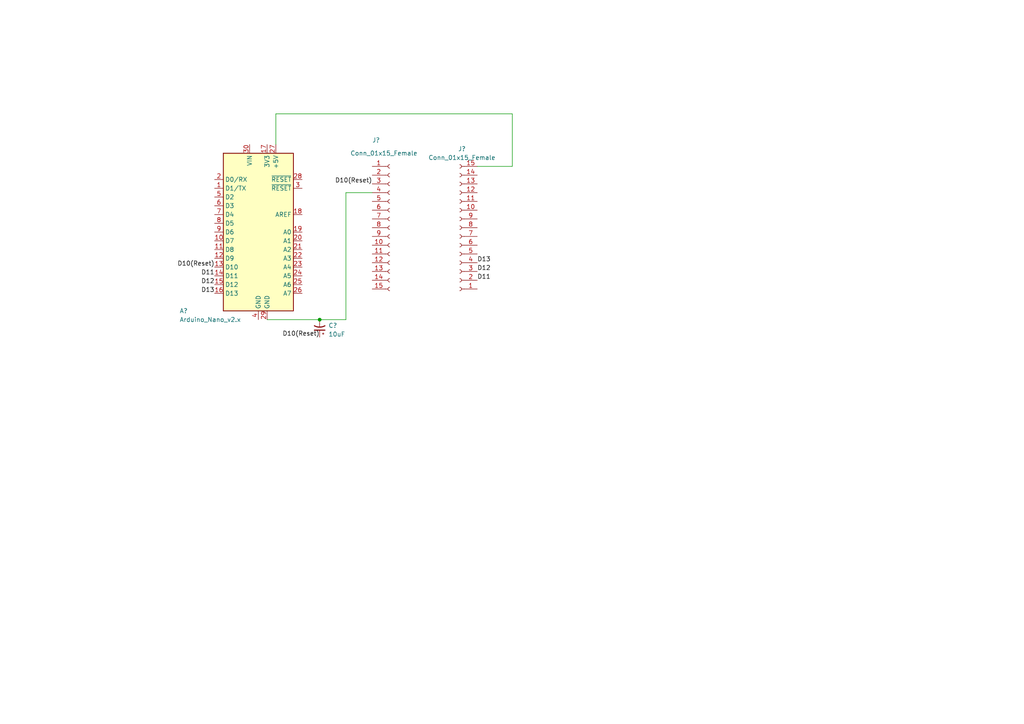
<source format=kicad_sch>
(kicad_sch (version 20211123) (generator eeschema)
  (paper "A4")
  (lib_symbols
    (symbol "Connector:Conn_01x15_Female" (pin_names (offset 1.016) hide)
      (property "Reference" "J" (at 0 20.32 0))
      (property "Value" "Conn_01x15_Female" (at 0 -20.32 0))
      (symbol "Conn_01x15_Female_1_1"
        (arc (start 0 -17.272) (mid -0.508 -17.78) (end 0 -18.288) (stroke (width 0.1524)))
        (arc (start 0 -14.732) (mid -0.508 -15.24) (end 0 -15.748) (stroke (width 0.1524)))
        (arc (start 0 -12.192) (mid -0.508 -12.7) (end 0 -13.208) (stroke (width 0.1524)))
        (arc (start 0 -9.652) (mid -0.508 -10.16) (end 0 -10.668) (stroke (width 0.1524)))
        (arc (start 0 -7.112) (mid -0.508 -7.62) (end 0 -8.128) (stroke (width 0.1524)))
        (arc (start 0 -4.572) (mid -0.508 -5.08) (end 0 -5.588) (stroke (width 0.1524)))
        (arc (start 0 -2.032) (mid -0.508 -2.54) (end 0 -3.048) (stroke (width 0.1524)))
        (polyline (pts (xy -1.27 -17.78) (xy -0.508 -17.78)) (stroke (width 0.1524)))
        (polyline (pts (xy -1.27 -15.24) (xy -0.508 -15.24)) (stroke (width 0.1524)))
        (polyline (pts (xy -1.27 -12.7) (xy -0.508 -12.7)) (stroke (width 0.1524)))
        (polyline (pts (xy -1.27 -10.16) (xy -0.508 -10.16)) (stroke (width 0.1524)))
        (polyline (pts (xy -1.27 -7.62) (xy -0.508 -7.62)) (stroke (width 0.1524)))
        (polyline (pts (xy -1.27 -5.08) (xy -0.508 -5.08)) (stroke (width 0.1524)))
        (polyline (pts (xy -1.27 -2.54) (xy -0.508 -2.54)) (stroke (width 0.1524)))
        (polyline (pts (xy -1.27 0) (xy -0.508 0)) (stroke (width 0.1524)))
        (polyline (pts (xy -1.27 2.54) (xy -0.508 2.54)) (stroke (width 0.1524)))
        (polyline (pts (xy -1.27 5.08) (xy -0.508 5.08)) (stroke (width 0.1524)))
        (polyline (pts (xy -1.27 7.62) (xy -0.508 7.62)) (stroke (width 0.1524)))
        (polyline (pts (xy -1.27 10.16) (xy -0.508 10.16)) (stroke (width 0.1524)))
        (polyline (pts (xy -1.27 12.7) (xy -0.508 12.7)) (stroke (width 0.1524)))
        (polyline (pts (xy -1.27 15.24) (xy -0.508 15.24)) (stroke (width 0.1524)))
        (polyline (pts (xy -1.27 17.78) (xy -0.508 17.78)) (stroke (width 0.1524)))
        (arc (start 0 0.508) (mid -0.508 0) (end 0 -0.508) (stroke (width 0.1524)))
        (arc (start 0 3.048) (mid -0.508 2.54) (end 0 2.032) (stroke (width 0.1524)))
        (arc (start 0 5.588) (mid -0.508 5.08) (end 0 4.572) (stroke (width 0.1524)))
        (arc (start 0 8.128) (mid -0.508 7.62) (end 0 7.112) (stroke (width 0.1524)))
        (arc (start 0 10.668) (mid -0.508 10.16) (end 0 9.652) (stroke (width 0.1524)))
        (arc (start 0 13.208) (mid -0.508 12.7) (end 0 12.192) (stroke (width 0.1524)))
        (arc (start 0 15.748) (mid -0.508 15.24) (end 0 14.732) (stroke (width 0.1524)))
        (arc (start 0 18.288) (mid -0.508 17.78) (end 0 17.272) (stroke (width 0.1524)))
        (pin passive line (at -5.08 17.78 0) (length 3.81) (name "Pin_1") (number "1"))
        (pin passive line (at -5.08 -5.08 0) (length 3.81) (name "Pin_10") (number "10"))
        (pin passive line (at -5.08 -7.62 0) (length 3.81) (name "Pin_11") (number "11"))
        (pin passive line (at -5.08 -10.16 0) (length 3.81) (name "Pin_12") (number "12"))
        (pin passive line (at -5.08 -12.7 0) (length 3.81) (name "Pin_13") (number "13"))
        (pin passive line (at -5.08 -15.24 0) (length 3.81) (name "Pin_14") (number "14"))
        (pin passive line (at -5.08 -17.78 0) (length 3.81) (name "Pin_15") (number "15"))
        (pin passive line (at -5.08 15.24 0) (length 3.81) (name "Pin_2") (number "2"))
        (pin passive line (at -5.08 12.7 0) (length 3.81) (name "Pin_3") (number "3"))
        (pin passive line (at -5.08 10.16 0) (length 3.81) (name "Pin_4") (number "4"))
        (pin passive line (at -5.08 7.62 0) (length 3.81) (name "Pin_5") (number "5"))
        (pin passive line (at -5.08 5.08 0) (length 3.81) (name "Pin_6") (number "6"))
        (pin passive line (at -5.08 2.54 0) (length 3.81) (name "Pin_7") (number "7"))
        (pin passive line (at -5.08 0 0) (length 3.81) (name "Pin_8") (number "8"))
        (pin passive line (at -5.08 -2.54 0) (length 3.81) (name "Pin_9") (number "9"))
      )
    )
    (symbol "Device:C_Polarized_Small_US" (pin_numbers hide) (pin_names (offset 0.254) hide)
      (property "Reference" "C" (at 0.254 1.778 0))
      (property "Value" "C_Polarized_Small_US" (at 0.254 -2.032 0))
      (symbol "C_Polarized_Small_US_0_1"
        (polyline (pts (xy -1.524 0.508) (xy 1.524 0.508)) (stroke (width 0.3048)))
        (polyline (pts (xy -1.27 1.524) (xy -0.762 1.524)))
        (polyline (pts (xy -1.016 1.27) (xy -1.016 1.778)))
        (arc (start 1.524 -0.762) (mid 0 -0.3734) (end -1.524 -0.762) (stroke (width 0.3048)))
      )
      (symbol "C_Polarized_Small_US_1_1"
        (pin passive line (at 0 2.54 270) (length 2.032) (name "~") (number "1"))
        (pin passive line (at 0 -2.54 90) (length 2.032) (name "~") (number "2"))
      )
    )
    (symbol "MCU_Module:Arduino_Nano_v2.x"
      (property "Reference" "A" (at -10.16 23.495 0))
      (property "Value" "Arduino_Nano_v2.x" (at 5.08 -24.13 0))
      (symbol "Arduino_Nano_v2.x_0_1"
        (rectangle (start -10.16 22.86) (end 10.16 -22.86) (stroke (width 0.254)) (fill (type background)))
      )
      (symbol "Arduino_Nano_v2.x_1_1"
        (pin bidirectional line (at -12.7 12.7 0) (length 2.54) (name "D1/TX") (number "1"))
        (pin bidirectional line (at -12.7 -2.54 0) (length 2.54) (name "D7") (number "10"))
        (pin bidirectional line (at -12.7 -5.08 0) (length 2.54) (name "D8") (number "11"))
        (pin bidirectional line (at -12.7 -7.62 0) (length 2.54) (name "D9") (number "12"))
        (pin bidirectional line (at -12.7 -10.16 0) (length 2.54) (name "D10") (number "13"))
        (pin bidirectional line (at -12.7 -12.7 0) (length 2.54) (name "D11") (number "14"))
        (pin bidirectional line (at -12.7 -15.24 0) (length 2.54) (name "D12") (number "15"))
        (pin bidirectional line (at -12.7 -17.78 0) (length 2.54) (name "D13") (number "16"))
        (pin power_out line (at 2.54 25.4 270) (length 2.54) (name "3V3") (number "17"))
        (pin input line (at 12.7 5.08 180) (length 2.54) (name "AREF") (number "18"))
        (pin bidirectional line (at 12.7 0 180) (length 2.54) (name "A0") (number "19"))
        (pin bidirectional line (at -12.7 15.24 0) (length 2.54) (name "D0/RX") (number "2"))
        (pin bidirectional line (at 12.7 -2.54 180) (length 2.54) (name "A1") (number "20"))
        (pin bidirectional line (at 12.7 -5.08 180) (length 2.54) (name "A2") (number "21"))
        (pin bidirectional line (at 12.7 -7.62 180) (length 2.54) (name "A3") (number "22"))
        (pin bidirectional line (at 12.7 -10.16 180) (length 2.54) (name "A4") (number "23"))
        (pin bidirectional line (at 12.7 -12.7 180) (length 2.54) (name "A5") (number "24"))
        (pin bidirectional line (at 12.7 -15.24 180) (length 2.54) (name "A6") (number "25"))
        (pin bidirectional line (at 12.7 -17.78 180) (length 2.54) (name "A7") (number "26"))
        (pin power_out line (at 5.08 25.4 270) (length 2.54) (name "+5V") (number "27"))
        (pin input line (at 12.7 15.24 180) (length 2.54) (name "~{RESET}") (number "28"))
        (pin power_in line (at 2.54 -25.4 90) (length 2.54) (name "GND") (number "29"))
        (pin input line (at 12.7 12.7 180) (length 2.54) (name "~{RESET}") (number "3"))
        (pin power_in line (at -2.54 25.4 270) (length 2.54) (name "VIN") (number "30"))
        (pin power_in line (at 0 -25.4 90) (length 2.54) (name "GND") (number "4"))
        (pin bidirectional line (at -12.7 10.16 0) (length 2.54) (name "D2") (number "5"))
        (pin bidirectional line (at -12.7 7.62 0) (length 2.54) (name "D3") (number "6"))
        (pin bidirectional line (at -12.7 5.08 0) (length 2.54) (name "D4") (number "7"))
        (pin bidirectional line (at -12.7 2.54 0) (length 2.54) (name "D5") (number "8"))
        (pin bidirectional line (at -12.7 0 0) (length 2.54) (name "D6") (number "9"))
      )
    )
  )
  (junction (at 92.71 92.71))
  (wire (pts (xy 148.59 33.02) (xy 148.59 48.26)))
  (wire (pts (xy 148.59 48.26) (xy 138.43 48.26)))
  (wire (pts (xy 80.01 33.02) (xy 148.59 33.02)))
  (wire (pts (xy 77.47 92.71) (xy 92.71 92.71)))
  (wire (pts (xy 100.33 92.71) (xy 100.33 55.88)))
  (wire (pts (xy 80.01 41.91) (xy 80.01 33.02)))
  (wire (pts (xy 100.33 55.88) (xy 107.95 55.88)))
  (wire (pts (xy 92.71 92.71) (xy 100.33 92.71)))
  (label "D13" (at 138.43 76.2 0))
  (label "D12" (at 62.23 82.55 180))
  (label "D11" (at 62.23 80.01 180))
  (label "D10(Reset)" (at 62.23 77.47 180))
  (label "D10(Reset)" (at 92.71 97.79 180))
  (label "D13" (at 62.23 85.09 180))
  (label "D10(Reset)" (at 107.95 53.34 180))
  (label "D11" (at 138.43 81.28 0))
  (label "D12" (at 138.43 78.74 0))
  (symbol (lib_id "Connector:Conn_01x15_Female") (at 133.35 66.04 180) (unit 1)
    (property "Reference" "J?" (at 133.985 43.18 0))
    (property "Value" "Conn_01x15_Female" (at 133.985 45.72 0))
  )
  (symbol (lib_id "MCU_Module:Arduino_Nano_v2.x") (at 74.93 67.31 0) (unit 1)
    (property "Reference" "A?" (at 52.07 90.17 0) (effects (justify left)))
    (property "Value" "Arduino_Nano_v2.x" (at 52.07 92.71 0) (effects (justify left)))
    (property "Footprint" "Module:Arduino_Nano" (effects hide))
    (property "Datasheet" "https://www.arduino.cc/en/uploads/Main/ArduinoNanoManual23.pdf" (effects hide))
  )
  (symbol (lib_id "Device:C_Polarized_Small_US") (at 92.71 95.25 180) (unit 1)
    (property "Reference" "C?" (at 95.25 94.4117 0) (effects (justify right)))
    (property "Value" "10uF" (at 95.25 96.9517 0) (effects (justify right)))
  )
  (symbol (lib_id "Connector:Conn_01x15_Female") (at 113.03 66.04 0) (unit 1)
    (property "Reference" "J?" (at 107.95 40.64 0) (effects (justify left)))
    (property "Value" "Conn_01x15_Female" (at 101.6 44.45 0) (effects (justify left)))
  )
)
</source>
